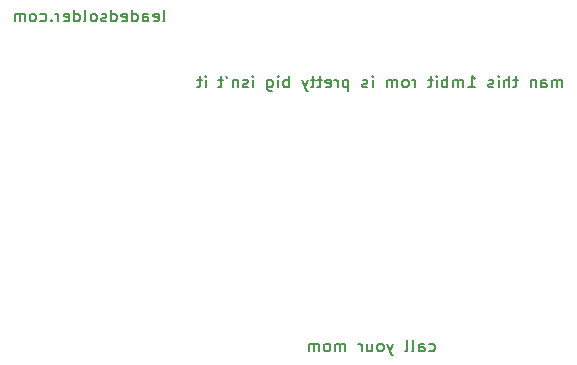
<source format=gbr>
G04 #@! TF.GenerationSoftware,KiCad,Pcbnew,(5.1.5-0-10_14)*
G04 #@! TF.CreationDate,2021-06-10T22:19:53-06:00*
G04 #@! TF.ProjectId,tc531000-tl866-adapter,74633533-3130-4303-902d-746c3836362d,rev?*
G04 #@! TF.SameCoordinates,Original*
G04 #@! TF.FileFunction,Legend,Bot*
G04 #@! TF.FilePolarity,Positive*
%FSLAX46Y46*%
G04 Gerber Fmt 4.6, Leading zero omitted, Abs format (unit mm)*
G04 Created by KiCad (PCBNEW (5.1.5-0-10_14)) date 2021-06-10 22:19:53*
%MOMM*%
%LPD*%
G04 APERTURE LIST*
%ADD10C,0.150000*%
G04 APERTURE END LIST*
D10*
X155842952Y-69032380D02*
X155842952Y-68365714D01*
X155842952Y-68460952D02*
X155795333Y-68413333D01*
X155700095Y-68365714D01*
X155557238Y-68365714D01*
X155462000Y-68413333D01*
X155414380Y-68508571D01*
X155414380Y-69032380D01*
X155414380Y-68508571D02*
X155366761Y-68413333D01*
X155271523Y-68365714D01*
X155128666Y-68365714D01*
X155033428Y-68413333D01*
X154985809Y-68508571D01*
X154985809Y-69032380D01*
X154081047Y-69032380D02*
X154081047Y-68508571D01*
X154128666Y-68413333D01*
X154223904Y-68365714D01*
X154414380Y-68365714D01*
X154509619Y-68413333D01*
X154081047Y-68984761D02*
X154176285Y-69032380D01*
X154414380Y-69032380D01*
X154509619Y-68984761D01*
X154557238Y-68889523D01*
X154557238Y-68794285D01*
X154509619Y-68699047D01*
X154414380Y-68651428D01*
X154176285Y-68651428D01*
X154081047Y-68603809D01*
X153604857Y-68365714D02*
X153604857Y-69032380D01*
X153604857Y-68460952D02*
X153557238Y-68413333D01*
X153462000Y-68365714D01*
X153319142Y-68365714D01*
X153223904Y-68413333D01*
X153176285Y-68508571D01*
X153176285Y-69032380D01*
X152081047Y-68365714D02*
X151700095Y-68365714D01*
X151938190Y-68032380D02*
X151938190Y-68889523D01*
X151890571Y-68984761D01*
X151795333Y-69032380D01*
X151700095Y-69032380D01*
X151366761Y-69032380D02*
X151366761Y-68032380D01*
X150938190Y-69032380D02*
X150938190Y-68508571D01*
X150985809Y-68413333D01*
X151081047Y-68365714D01*
X151223904Y-68365714D01*
X151319142Y-68413333D01*
X151366761Y-68460952D01*
X150462000Y-69032380D02*
X150462000Y-68365714D01*
X150462000Y-68032380D02*
X150509619Y-68080000D01*
X150462000Y-68127619D01*
X150414380Y-68080000D01*
X150462000Y-68032380D01*
X150462000Y-68127619D01*
X150033428Y-68984761D02*
X149938190Y-69032380D01*
X149747714Y-69032380D01*
X149652476Y-68984761D01*
X149604857Y-68889523D01*
X149604857Y-68841904D01*
X149652476Y-68746666D01*
X149747714Y-68699047D01*
X149890571Y-68699047D01*
X149985809Y-68651428D01*
X150033428Y-68556190D01*
X150033428Y-68508571D01*
X149985809Y-68413333D01*
X149890571Y-68365714D01*
X149747714Y-68365714D01*
X149652476Y-68413333D01*
X147890571Y-69032380D02*
X148462000Y-69032380D01*
X148176285Y-69032380D02*
X148176285Y-68032380D01*
X148271523Y-68175238D01*
X148366761Y-68270476D01*
X148462000Y-68318095D01*
X147462000Y-69032380D02*
X147462000Y-68365714D01*
X147462000Y-68460952D02*
X147414380Y-68413333D01*
X147319142Y-68365714D01*
X147176285Y-68365714D01*
X147081047Y-68413333D01*
X147033428Y-68508571D01*
X147033428Y-69032380D01*
X147033428Y-68508571D02*
X146985809Y-68413333D01*
X146890571Y-68365714D01*
X146747714Y-68365714D01*
X146652476Y-68413333D01*
X146604857Y-68508571D01*
X146604857Y-69032380D01*
X146128666Y-69032380D02*
X146128666Y-68032380D01*
X146128666Y-68413333D02*
X146033428Y-68365714D01*
X145842952Y-68365714D01*
X145747714Y-68413333D01*
X145700095Y-68460952D01*
X145652476Y-68556190D01*
X145652476Y-68841904D01*
X145700095Y-68937142D01*
X145747714Y-68984761D01*
X145842952Y-69032380D01*
X146033428Y-69032380D01*
X146128666Y-68984761D01*
X145223904Y-69032380D02*
X145223904Y-68365714D01*
X145223904Y-68032380D02*
X145271523Y-68080000D01*
X145223904Y-68127619D01*
X145176285Y-68080000D01*
X145223904Y-68032380D01*
X145223904Y-68127619D01*
X144890571Y-68365714D02*
X144509619Y-68365714D01*
X144747714Y-68032380D02*
X144747714Y-68889523D01*
X144700095Y-68984761D01*
X144604857Y-69032380D01*
X144509619Y-69032380D01*
X143414380Y-69032380D02*
X143414380Y-68365714D01*
X143414380Y-68556190D02*
X143366761Y-68460952D01*
X143319142Y-68413333D01*
X143223904Y-68365714D01*
X143128666Y-68365714D01*
X142652476Y-69032380D02*
X142747714Y-68984761D01*
X142795333Y-68937142D01*
X142842952Y-68841904D01*
X142842952Y-68556190D01*
X142795333Y-68460952D01*
X142747714Y-68413333D01*
X142652476Y-68365714D01*
X142509619Y-68365714D01*
X142414380Y-68413333D01*
X142366761Y-68460952D01*
X142319142Y-68556190D01*
X142319142Y-68841904D01*
X142366761Y-68937142D01*
X142414380Y-68984761D01*
X142509619Y-69032380D01*
X142652476Y-69032380D01*
X141890571Y-69032380D02*
X141890571Y-68365714D01*
X141890571Y-68460952D02*
X141842952Y-68413333D01*
X141747714Y-68365714D01*
X141604857Y-68365714D01*
X141509619Y-68413333D01*
X141462000Y-68508571D01*
X141462000Y-69032380D01*
X141462000Y-68508571D02*
X141414380Y-68413333D01*
X141319142Y-68365714D01*
X141176285Y-68365714D01*
X141081047Y-68413333D01*
X141033428Y-68508571D01*
X141033428Y-69032380D01*
X139795333Y-69032380D02*
X139795333Y-68365714D01*
X139795333Y-68032380D02*
X139842952Y-68080000D01*
X139795333Y-68127619D01*
X139747714Y-68080000D01*
X139795333Y-68032380D01*
X139795333Y-68127619D01*
X139366761Y-68984761D02*
X139271523Y-69032380D01*
X139081047Y-69032380D01*
X138985809Y-68984761D01*
X138938190Y-68889523D01*
X138938190Y-68841904D01*
X138985809Y-68746666D01*
X139081047Y-68699047D01*
X139223904Y-68699047D01*
X139319142Y-68651428D01*
X139366761Y-68556190D01*
X139366761Y-68508571D01*
X139319142Y-68413333D01*
X139223904Y-68365714D01*
X139081047Y-68365714D01*
X138985809Y-68413333D01*
X137747714Y-68365714D02*
X137747714Y-69365714D01*
X137747714Y-68413333D02*
X137652476Y-68365714D01*
X137462000Y-68365714D01*
X137366761Y-68413333D01*
X137319142Y-68460952D01*
X137271523Y-68556190D01*
X137271523Y-68841904D01*
X137319142Y-68937142D01*
X137366761Y-68984761D01*
X137462000Y-69032380D01*
X137652476Y-69032380D01*
X137747714Y-68984761D01*
X136842952Y-69032380D02*
X136842952Y-68365714D01*
X136842952Y-68556190D02*
X136795333Y-68460952D01*
X136747714Y-68413333D01*
X136652476Y-68365714D01*
X136557238Y-68365714D01*
X135842952Y-68984761D02*
X135938190Y-69032380D01*
X136128666Y-69032380D01*
X136223904Y-68984761D01*
X136271523Y-68889523D01*
X136271523Y-68508571D01*
X136223904Y-68413333D01*
X136128666Y-68365714D01*
X135938190Y-68365714D01*
X135842952Y-68413333D01*
X135795333Y-68508571D01*
X135795333Y-68603809D01*
X136271523Y-68699047D01*
X135509619Y-68365714D02*
X135128666Y-68365714D01*
X135366761Y-68032380D02*
X135366761Y-68889523D01*
X135319142Y-68984761D01*
X135223904Y-69032380D01*
X135128666Y-69032380D01*
X134938190Y-68365714D02*
X134557238Y-68365714D01*
X134795333Y-68032380D02*
X134795333Y-68889523D01*
X134747714Y-68984761D01*
X134652476Y-69032380D01*
X134557238Y-69032380D01*
X134319142Y-68365714D02*
X134081047Y-69032380D01*
X133842952Y-68365714D02*
X134081047Y-69032380D01*
X134176285Y-69270476D01*
X134223904Y-69318095D01*
X134319142Y-69365714D01*
X132700095Y-69032380D02*
X132700095Y-68032380D01*
X132700095Y-68413333D02*
X132604857Y-68365714D01*
X132414380Y-68365714D01*
X132319142Y-68413333D01*
X132271523Y-68460952D01*
X132223904Y-68556190D01*
X132223904Y-68841904D01*
X132271523Y-68937142D01*
X132319142Y-68984761D01*
X132414380Y-69032380D01*
X132604857Y-69032380D01*
X132700095Y-68984761D01*
X131795333Y-69032380D02*
X131795333Y-68365714D01*
X131795333Y-68032380D02*
X131842952Y-68080000D01*
X131795333Y-68127619D01*
X131747714Y-68080000D01*
X131795333Y-68032380D01*
X131795333Y-68127619D01*
X130890571Y-68365714D02*
X130890571Y-69175238D01*
X130938190Y-69270476D01*
X130985809Y-69318095D01*
X131081047Y-69365714D01*
X131223904Y-69365714D01*
X131319142Y-69318095D01*
X130890571Y-68984761D02*
X130985809Y-69032380D01*
X131176285Y-69032380D01*
X131271523Y-68984761D01*
X131319142Y-68937142D01*
X131366761Y-68841904D01*
X131366761Y-68556190D01*
X131319142Y-68460952D01*
X131271523Y-68413333D01*
X131176285Y-68365714D01*
X130985809Y-68365714D01*
X130890571Y-68413333D01*
X129652476Y-69032380D02*
X129652476Y-68365714D01*
X129652476Y-68032380D02*
X129700095Y-68080000D01*
X129652476Y-68127619D01*
X129604857Y-68080000D01*
X129652476Y-68032380D01*
X129652476Y-68127619D01*
X129223904Y-68984761D02*
X129128666Y-69032380D01*
X128938190Y-69032380D01*
X128842952Y-68984761D01*
X128795333Y-68889523D01*
X128795333Y-68841904D01*
X128842952Y-68746666D01*
X128938190Y-68699047D01*
X129081047Y-68699047D01*
X129176285Y-68651428D01*
X129223904Y-68556190D01*
X129223904Y-68508571D01*
X129176285Y-68413333D01*
X129081047Y-68365714D01*
X128938190Y-68365714D01*
X128842952Y-68413333D01*
X128366761Y-68365714D02*
X128366761Y-69032380D01*
X128366761Y-68460952D02*
X128319142Y-68413333D01*
X128223904Y-68365714D01*
X128081047Y-68365714D01*
X127985809Y-68413333D01*
X127938190Y-68508571D01*
X127938190Y-69032380D01*
X127414380Y-68032380D02*
X127509619Y-68222857D01*
X127128666Y-68365714D02*
X126747714Y-68365714D01*
X126985809Y-68032380D02*
X126985809Y-68889523D01*
X126938190Y-68984761D01*
X126842952Y-69032380D01*
X126747714Y-69032380D01*
X125652476Y-69032380D02*
X125652476Y-68365714D01*
X125652476Y-68032380D02*
X125700095Y-68080000D01*
X125652476Y-68127619D01*
X125604857Y-68080000D01*
X125652476Y-68032380D01*
X125652476Y-68127619D01*
X125319142Y-68365714D02*
X124938190Y-68365714D01*
X125176285Y-68032380D02*
X125176285Y-68889523D01*
X125128666Y-68984761D01*
X125033428Y-69032380D01*
X124938190Y-69032380D01*
X144580952Y-91336761D02*
X144676190Y-91384380D01*
X144866666Y-91384380D01*
X144961904Y-91336761D01*
X145009523Y-91289142D01*
X145057142Y-91193904D01*
X145057142Y-90908190D01*
X145009523Y-90812952D01*
X144961904Y-90765333D01*
X144866666Y-90717714D01*
X144676190Y-90717714D01*
X144580952Y-90765333D01*
X143723809Y-91384380D02*
X143723809Y-90860571D01*
X143771428Y-90765333D01*
X143866666Y-90717714D01*
X144057142Y-90717714D01*
X144152380Y-90765333D01*
X143723809Y-91336761D02*
X143819047Y-91384380D01*
X144057142Y-91384380D01*
X144152380Y-91336761D01*
X144200000Y-91241523D01*
X144200000Y-91146285D01*
X144152380Y-91051047D01*
X144057142Y-91003428D01*
X143819047Y-91003428D01*
X143723809Y-90955809D01*
X143104761Y-91384380D02*
X143200000Y-91336761D01*
X143247619Y-91241523D01*
X143247619Y-90384380D01*
X142580952Y-91384380D02*
X142676190Y-91336761D01*
X142723809Y-91241523D01*
X142723809Y-90384380D01*
X141533333Y-90717714D02*
X141295238Y-91384380D01*
X141057142Y-90717714D02*
X141295238Y-91384380D01*
X141390476Y-91622476D01*
X141438095Y-91670095D01*
X141533333Y-91717714D01*
X140533333Y-91384380D02*
X140628571Y-91336761D01*
X140676190Y-91289142D01*
X140723809Y-91193904D01*
X140723809Y-90908190D01*
X140676190Y-90812952D01*
X140628571Y-90765333D01*
X140533333Y-90717714D01*
X140390476Y-90717714D01*
X140295238Y-90765333D01*
X140247619Y-90812952D01*
X140200000Y-90908190D01*
X140200000Y-91193904D01*
X140247619Y-91289142D01*
X140295238Y-91336761D01*
X140390476Y-91384380D01*
X140533333Y-91384380D01*
X139342857Y-90717714D02*
X139342857Y-91384380D01*
X139771428Y-90717714D02*
X139771428Y-91241523D01*
X139723809Y-91336761D01*
X139628571Y-91384380D01*
X139485714Y-91384380D01*
X139390476Y-91336761D01*
X139342857Y-91289142D01*
X138866666Y-91384380D02*
X138866666Y-90717714D01*
X138866666Y-90908190D02*
X138819047Y-90812952D01*
X138771428Y-90765333D01*
X138676190Y-90717714D01*
X138580952Y-90717714D01*
X137485714Y-91384380D02*
X137485714Y-90717714D01*
X137485714Y-90812952D02*
X137438095Y-90765333D01*
X137342857Y-90717714D01*
X137200000Y-90717714D01*
X137104761Y-90765333D01*
X137057142Y-90860571D01*
X137057142Y-91384380D01*
X137057142Y-90860571D02*
X137009523Y-90765333D01*
X136914285Y-90717714D01*
X136771428Y-90717714D01*
X136676190Y-90765333D01*
X136628571Y-90860571D01*
X136628571Y-91384380D01*
X136009523Y-91384380D02*
X136104761Y-91336761D01*
X136152380Y-91289142D01*
X136200000Y-91193904D01*
X136200000Y-90908190D01*
X136152380Y-90812952D01*
X136104761Y-90765333D01*
X136009523Y-90717714D01*
X135866666Y-90717714D01*
X135771428Y-90765333D01*
X135723809Y-90812952D01*
X135676190Y-90908190D01*
X135676190Y-91193904D01*
X135723809Y-91289142D01*
X135771428Y-91336761D01*
X135866666Y-91384380D01*
X136009523Y-91384380D01*
X135247619Y-91384380D02*
X135247619Y-90717714D01*
X135247619Y-90812952D02*
X135200000Y-90765333D01*
X135104761Y-90717714D01*
X134961904Y-90717714D01*
X134866666Y-90765333D01*
X134819047Y-90860571D01*
X134819047Y-91384380D01*
X134819047Y-90860571D02*
X134771428Y-90765333D01*
X134676190Y-90717714D01*
X134533333Y-90717714D01*
X134438095Y-90765333D01*
X134390476Y-90860571D01*
X134390476Y-91384380D01*
X122014476Y-63444380D02*
X122109714Y-63396761D01*
X122157333Y-63301523D01*
X122157333Y-62444380D01*
X121252571Y-63396761D02*
X121347809Y-63444380D01*
X121538285Y-63444380D01*
X121633523Y-63396761D01*
X121681142Y-63301523D01*
X121681142Y-62920571D01*
X121633523Y-62825333D01*
X121538285Y-62777714D01*
X121347809Y-62777714D01*
X121252571Y-62825333D01*
X121204952Y-62920571D01*
X121204952Y-63015809D01*
X121681142Y-63111047D01*
X120347809Y-63444380D02*
X120347809Y-62920571D01*
X120395428Y-62825333D01*
X120490666Y-62777714D01*
X120681142Y-62777714D01*
X120776380Y-62825333D01*
X120347809Y-63396761D02*
X120443047Y-63444380D01*
X120681142Y-63444380D01*
X120776380Y-63396761D01*
X120824000Y-63301523D01*
X120824000Y-63206285D01*
X120776380Y-63111047D01*
X120681142Y-63063428D01*
X120443047Y-63063428D01*
X120347809Y-63015809D01*
X119443047Y-63444380D02*
X119443047Y-62444380D01*
X119443047Y-63396761D02*
X119538285Y-63444380D01*
X119728761Y-63444380D01*
X119824000Y-63396761D01*
X119871619Y-63349142D01*
X119919238Y-63253904D01*
X119919238Y-62968190D01*
X119871619Y-62872952D01*
X119824000Y-62825333D01*
X119728761Y-62777714D01*
X119538285Y-62777714D01*
X119443047Y-62825333D01*
X118585904Y-63396761D02*
X118681142Y-63444380D01*
X118871619Y-63444380D01*
X118966857Y-63396761D01*
X119014476Y-63301523D01*
X119014476Y-62920571D01*
X118966857Y-62825333D01*
X118871619Y-62777714D01*
X118681142Y-62777714D01*
X118585904Y-62825333D01*
X118538285Y-62920571D01*
X118538285Y-63015809D01*
X119014476Y-63111047D01*
X117681142Y-63444380D02*
X117681142Y-62444380D01*
X117681142Y-63396761D02*
X117776380Y-63444380D01*
X117966857Y-63444380D01*
X118062095Y-63396761D01*
X118109714Y-63349142D01*
X118157333Y-63253904D01*
X118157333Y-62968190D01*
X118109714Y-62872952D01*
X118062095Y-62825333D01*
X117966857Y-62777714D01*
X117776380Y-62777714D01*
X117681142Y-62825333D01*
X117252571Y-63396761D02*
X117157333Y-63444380D01*
X116966857Y-63444380D01*
X116871619Y-63396761D01*
X116824000Y-63301523D01*
X116824000Y-63253904D01*
X116871619Y-63158666D01*
X116966857Y-63111047D01*
X117109714Y-63111047D01*
X117204952Y-63063428D01*
X117252571Y-62968190D01*
X117252571Y-62920571D01*
X117204952Y-62825333D01*
X117109714Y-62777714D01*
X116966857Y-62777714D01*
X116871619Y-62825333D01*
X116252571Y-63444380D02*
X116347809Y-63396761D01*
X116395428Y-63349142D01*
X116443047Y-63253904D01*
X116443047Y-62968190D01*
X116395428Y-62872952D01*
X116347809Y-62825333D01*
X116252571Y-62777714D01*
X116109714Y-62777714D01*
X116014476Y-62825333D01*
X115966857Y-62872952D01*
X115919238Y-62968190D01*
X115919238Y-63253904D01*
X115966857Y-63349142D01*
X116014476Y-63396761D01*
X116109714Y-63444380D01*
X116252571Y-63444380D01*
X115347809Y-63444380D02*
X115443047Y-63396761D01*
X115490666Y-63301523D01*
X115490666Y-62444380D01*
X114538285Y-63444380D02*
X114538285Y-62444380D01*
X114538285Y-63396761D02*
X114633523Y-63444380D01*
X114824000Y-63444380D01*
X114919238Y-63396761D01*
X114966857Y-63349142D01*
X115014476Y-63253904D01*
X115014476Y-62968190D01*
X114966857Y-62872952D01*
X114919238Y-62825333D01*
X114824000Y-62777714D01*
X114633523Y-62777714D01*
X114538285Y-62825333D01*
X113681142Y-63396761D02*
X113776380Y-63444380D01*
X113966857Y-63444380D01*
X114062095Y-63396761D01*
X114109714Y-63301523D01*
X114109714Y-62920571D01*
X114062095Y-62825333D01*
X113966857Y-62777714D01*
X113776380Y-62777714D01*
X113681142Y-62825333D01*
X113633523Y-62920571D01*
X113633523Y-63015809D01*
X114109714Y-63111047D01*
X113204952Y-63444380D02*
X113204952Y-62777714D01*
X113204952Y-62968190D02*
X113157333Y-62872952D01*
X113109714Y-62825333D01*
X113014476Y-62777714D01*
X112919238Y-62777714D01*
X112585904Y-63349142D02*
X112538285Y-63396761D01*
X112585904Y-63444380D01*
X112633523Y-63396761D01*
X112585904Y-63349142D01*
X112585904Y-63444380D01*
X111681142Y-63396761D02*
X111776380Y-63444380D01*
X111966857Y-63444380D01*
X112062095Y-63396761D01*
X112109714Y-63349142D01*
X112157333Y-63253904D01*
X112157333Y-62968190D01*
X112109714Y-62872952D01*
X112062095Y-62825333D01*
X111966857Y-62777714D01*
X111776380Y-62777714D01*
X111681142Y-62825333D01*
X111109714Y-63444380D02*
X111204952Y-63396761D01*
X111252571Y-63349142D01*
X111300190Y-63253904D01*
X111300190Y-62968190D01*
X111252571Y-62872952D01*
X111204952Y-62825333D01*
X111109714Y-62777714D01*
X110966857Y-62777714D01*
X110871619Y-62825333D01*
X110824000Y-62872952D01*
X110776380Y-62968190D01*
X110776380Y-63253904D01*
X110824000Y-63349142D01*
X110871619Y-63396761D01*
X110966857Y-63444380D01*
X111109714Y-63444380D01*
X110347809Y-63444380D02*
X110347809Y-62777714D01*
X110347809Y-62872952D02*
X110300190Y-62825333D01*
X110204952Y-62777714D01*
X110062095Y-62777714D01*
X109966857Y-62825333D01*
X109919238Y-62920571D01*
X109919238Y-63444380D01*
X109919238Y-62920571D02*
X109871619Y-62825333D01*
X109776380Y-62777714D01*
X109633523Y-62777714D01*
X109538285Y-62825333D01*
X109490666Y-62920571D01*
X109490666Y-63444380D01*
M02*

</source>
